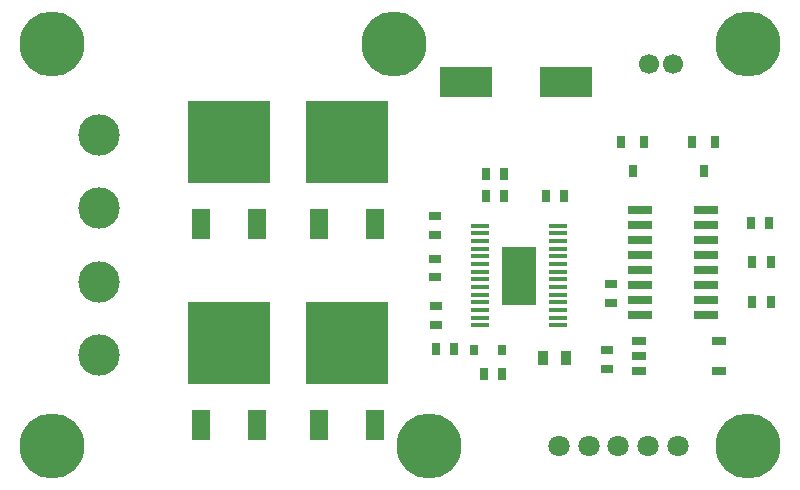
<source format=gts>
G04 EasyPC Gerber Version 21.0.3 Build 4286 *
G04 #@! TF.Part,Single*
G04 #@! TF.FileFunction,Soldermask,Top *
G04 #@! TF.FilePolarity,Negative *
%FSLAX34Y34*%
%MOMM*%
%ADD70R,0.65000X1.00000*%
%ADD77R,0.80000X0.90000*%
%ADD29R,0.80000X1.00000*%
G04 #@! TA.AperFunction,SMDPad*
%ADD104R,0.90000X1.30000*%
%ADD129R,1.50000X2.50000*%
%ADD122R,3.00000X5.00000*%
%ADD130R,7.00000X7.00000*%
%ADD121R,1.65000X0.45000*%
%ADD108R,2.03200X0.63500*%
G04 #@! TD.AperFunction*
%ADD71R,1.00000X0.65000*%
%ADD93R,1.20000X0.80000*%
%ADD15C,1.70000*%
G04 #@! TA.AperFunction,ComponentPad*
%ADD124C,1.80000*%
%ADD131C,3.50000*%
G04 #@! TA.AperFunction,WasherPad*
%ADD120C,5.50000*%
G04 #@! TA.AperFunction,SMDPad*
%ADD132R,4.50000X2.50000*%
X0Y0D02*
D02*
D15*
X536635Y353635D02*
D03*
X556635D02*
D03*
D02*
D70*
X356135Y112385D02*
D03*
X371635D02*
D03*
X396385Y91885D02*
D03*
X398285Y242535D02*
D03*
Y260635D02*
D03*
X411885Y91885D02*
D03*
X413785Y242535D02*
D03*
Y260635D02*
D03*
X449085Y242535D02*
D03*
X464585D02*
D03*
X622885Y219635D02*
D03*
X623885Y152635D02*
D03*
Y186635D02*
D03*
X638385Y219635D02*
D03*
X639385Y152635D02*
D03*
Y186635D02*
D03*
D02*
D71*
X355235Y209385D02*
D03*
Y224885D02*
D03*
X355635Y173385D02*
D03*
Y188885D02*
D03*
X355885Y133185D02*
D03*
Y148685D02*
D03*
X500635Y95885D02*
D03*
Y111385D02*
D03*
X504635Y151885D02*
D03*
Y167385D02*
D03*
D02*
D29*
X513135Y287745D02*
D03*
X522635Y263745D02*
D03*
X532135Y287745D02*
D03*
X573135D02*
D03*
X582635Y263745D02*
D03*
X592135Y287745D02*
D03*
D02*
D77*
X388635Y111635D02*
D03*
X411635D02*
D03*
D02*
D93*
X527635Y93635D02*
D03*
Y106335D02*
D03*
Y119035D02*
D03*
X595635Y93635D02*
D03*
Y119035D02*
D03*
D02*
D104*
X446635Y104635D02*
D03*
X466635D02*
D03*
D02*
D108*
X528945Y141435D02*
D03*
Y154135D02*
D03*
Y166835D02*
D03*
Y179535D02*
D03*
Y192235D02*
D03*
Y204935D02*
D03*
Y217635D02*
D03*
Y230335D02*
D03*
X584825Y141435D02*
D03*
Y154135D02*
D03*
Y166835D02*
D03*
Y179535D02*
D03*
Y192235D02*
D03*
Y204935D02*
D03*
Y217635D02*
D03*
Y230335D02*
D03*
D02*
D120*
X30635Y30635D02*
D03*
Y370635D02*
D03*
X320635D02*
D03*
X350635Y30635D02*
D03*
X620635D02*
D03*
Y370635D02*
D03*
D02*
D121*
X393335Y132635D02*
D03*
Y139135D02*
D03*
Y145635D02*
D03*
Y152135D02*
D03*
Y158635D02*
D03*
Y165135D02*
D03*
Y171635D02*
D03*
Y178135D02*
D03*
Y184635D02*
D03*
Y191135D02*
D03*
Y197635D02*
D03*
Y204135D02*
D03*
Y210635D02*
D03*
Y217135D02*
D03*
X459835Y132635D02*
D03*
Y139135D02*
D03*
Y145635D02*
D03*
Y152135D02*
D03*
Y158635D02*
D03*
Y165135D02*
D03*
Y171635D02*
D03*
Y178135D02*
D03*
Y184635D02*
D03*
Y191135D02*
D03*
Y197635D02*
D03*
Y204135D02*
D03*
Y210635D02*
D03*
Y217135D02*
D03*
D02*
D122*
X426675Y174273D02*
D03*
D02*
D124*
X460635Y30635D02*
D03*
X485635D02*
D03*
X510635D02*
D03*
X535635D02*
D03*
X560635D02*
D03*
D02*
D129*
X157017Y48673D02*
D03*
Y218673D02*
D03*
X204289Y48515D02*
D03*
Y218515D02*
D03*
X257017Y48673D02*
D03*
Y218673D02*
D03*
X304289Y48515D02*
D03*
Y218515D02*
D03*
D02*
D130*
X180635Y117625D02*
D03*
Y287625D02*
D03*
X280635Y117625D02*
D03*
Y287625D02*
D03*
D02*
D131*
X70635Y107635D02*
D03*
Y169635D02*
D03*
Y231635D02*
D03*
Y293635D02*
D03*
D02*
D132*
X381635Y338635D02*
D03*
X466635D02*
D03*
X0Y0D02*
M02*

</source>
